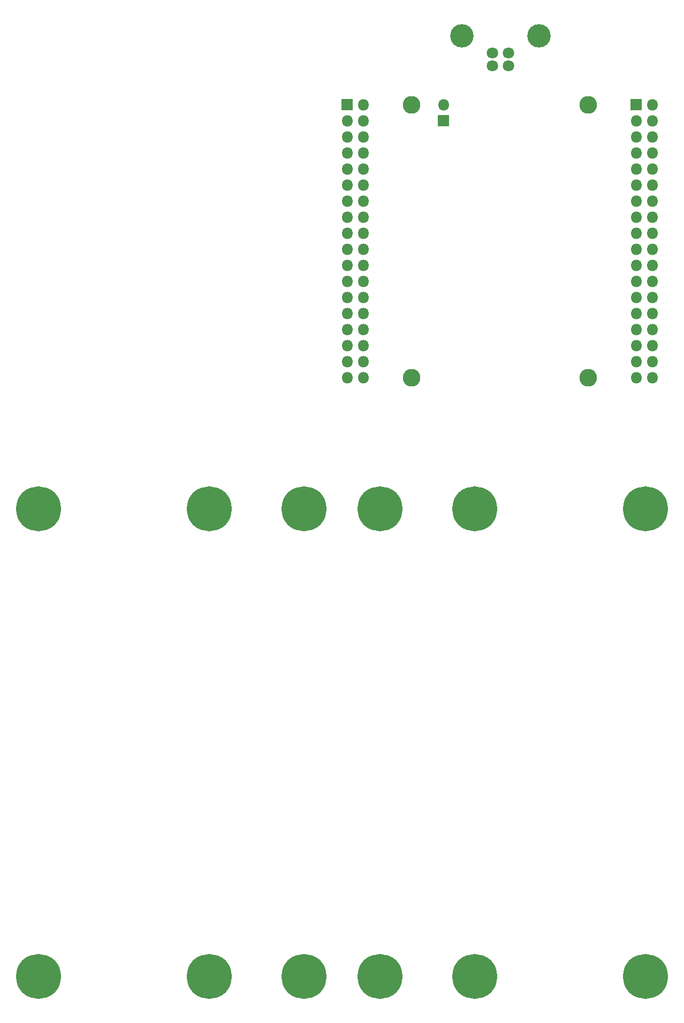
<source format=gbr>
G04 #@! TF.GenerationSoftware,KiCad,Pcbnew,(5.1.9)-1*
G04 #@! TF.CreationDate,2022-01-10T11:00:18-07:00*
G04 #@! TF.ProjectId,RP2040_minimal,52503230-3430-45f6-9d69-6e696d616c2e,REV1*
G04 #@! TF.SameCoordinates,Original*
G04 #@! TF.FileFunction,Soldermask,Bot*
G04 #@! TF.FilePolarity,Negative*
%FSLAX46Y46*%
G04 Gerber Fmt 4.6, Leading zero omitted, Abs format (unit mm)*
G04 Created by KiCad (PCBNEW (5.1.9)-1) date 2022-01-10 11:00:18*
%MOMM*%
%LPD*%
G01*
G04 APERTURE LIST*
%ADD10C,1.802000*%
%ADD11C,3.702000*%
%ADD12C,7.102000*%
%ADD13C,2.802000*%
%ADD14O,1.802000X1.802000*%
G04 APERTURE END LIST*
D10*
X101340000Y-65855000D03*
X98840000Y-65855000D03*
X98840000Y-67855000D03*
X101340000Y-67855000D03*
D11*
X106206000Y-63145000D03*
X93974000Y-63145000D03*
D12*
X27070000Y-137910000D03*
X54070000Y-137910000D03*
X81070000Y-137910000D03*
X69070000Y-137910000D03*
X96070000Y-137910000D03*
X123070000Y-137910000D03*
X54070000Y-211910000D03*
X81070000Y-211910000D03*
X96070000Y-211910000D03*
X27070000Y-211910000D03*
X69070000Y-211910000D03*
X123070000Y-211910000D03*
D13*
X86030000Y-117180000D03*
X113970000Y-117180000D03*
X113970000Y-74000000D03*
X86030000Y-74000000D03*
D14*
X124130000Y-117180000D03*
X121590000Y-117180000D03*
X124130000Y-114640000D03*
X121590000Y-114640000D03*
X124130000Y-112100000D03*
X121590000Y-112100000D03*
X124130000Y-109560000D03*
X121590000Y-109560000D03*
X124130000Y-107020000D03*
X121590000Y-107020000D03*
X124130000Y-104480000D03*
X121590000Y-104480000D03*
X124130000Y-101940000D03*
X121590000Y-101940000D03*
X124130000Y-99400000D03*
X121590000Y-99400000D03*
X124130000Y-96860000D03*
X121590000Y-96860000D03*
X124130000Y-94320000D03*
X121590000Y-94320000D03*
X124130000Y-91780000D03*
X121590000Y-91780000D03*
X124130000Y-89240000D03*
X121590000Y-89240000D03*
X124130000Y-86700000D03*
X121590000Y-86700000D03*
X124130000Y-84160000D03*
X121590000Y-84160000D03*
X124130000Y-81620000D03*
X121590000Y-81620000D03*
X124130000Y-79080000D03*
X121590000Y-79080000D03*
X124130000Y-76540000D03*
X121590000Y-76540000D03*
X124130000Y-74000000D03*
G36*
G01*
X120689000Y-74850000D02*
X120689000Y-73150000D01*
G75*
G02*
X120740000Y-73099000I51000J0D01*
G01*
X122440000Y-73099000D01*
G75*
G02*
X122491000Y-73150000I0J-51000D01*
G01*
X122491000Y-74850000D01*
G75*
G02*
X122440000Y-74901000I-51000J0D01*
G01*
X120740000Y-74901000D01*
G75*
G02*
X120689000Y-74850000I0J51000D01*
G01*
G37*
X78410000Y-117180000D03*
X75870000Y-117180000D03*
X78410000Y-114640000D03*
X75870000Y-114640000D03*
X78410000Y-112100000D03*
X75870000Y-112100000D03*
X78410000Y-109560000D03*
X75870000Y-109560000D03*
X78410000Y-107020000D03*
X75870000Y-107020000D03*
X78410000Y-104480000D03*
X75870000Y-104480000D03*
X78410000Y-101940000D03*
X75870000Y-101940000D03*
X78410000Y-99400000D03*
X75870000Y-99400000D03*
X78410000Y-96860000D03*
X75870000Y-96860000D03*
X78410000Y-94320000D03*
X75870000Y-94320000D03*
X78410000Y-91780000D03*
X75870000Y-91780000D03*
X78410000Y-89240000D03*
X75870000Y-89240000D03*
X78410000Y-86700000D03*
X75870000Y-86700000D03*
X78410000Y-84160000D03*
X75870000Y-84160000D03*
X78410000Y-81620000D03*
X75870000Y-81620000D03*
X78410000Y-79080000D03*
X75870000Y-79080000D03*
X78410000Y-76540000D03*
X75870000Y-76540000D03*
X78410000Y-74000000D03*
G36*
G01*
X74969000Y-74850000D02*
X74969000Y-73150000D01*
G75*
G02*
X75020000Y-73099000I51000J0D01*
G01*
X76720000Y-73099000D01*
G75*
G02*
X76771000Y-73150000I0J-51000D01*
G01*
X76771000Y-74850000D01*
G75*
G02*
X76720000Y-74901000I-51000J0D01*
G01*
X75020000Y-74901000D01*
G75*
G02*
X74969000Y-74850000I0J51000D01*
G01*
G37*
X91110000Y-74000000D03*
G36*
G01*
X92011000Y-75690000D02*
X92011000Y-77390000D01*
G75*
G02*
X91960000Y-77441000I-51000J0D01*
G01*
X90260000Y-77441000D01*
G75*
G02*
X90209000Y-77390000I0J51000D01*
G01*
X90209000Y-75690000D01*
G75*
G02*
X90260000Y-75639000I51000J0D01*
G01*
X91960000Y-75639000D01*
G75*
G02*
X92011000Y-75690000I0J-51000D01*
G01*
G37*
M02*

</source>
